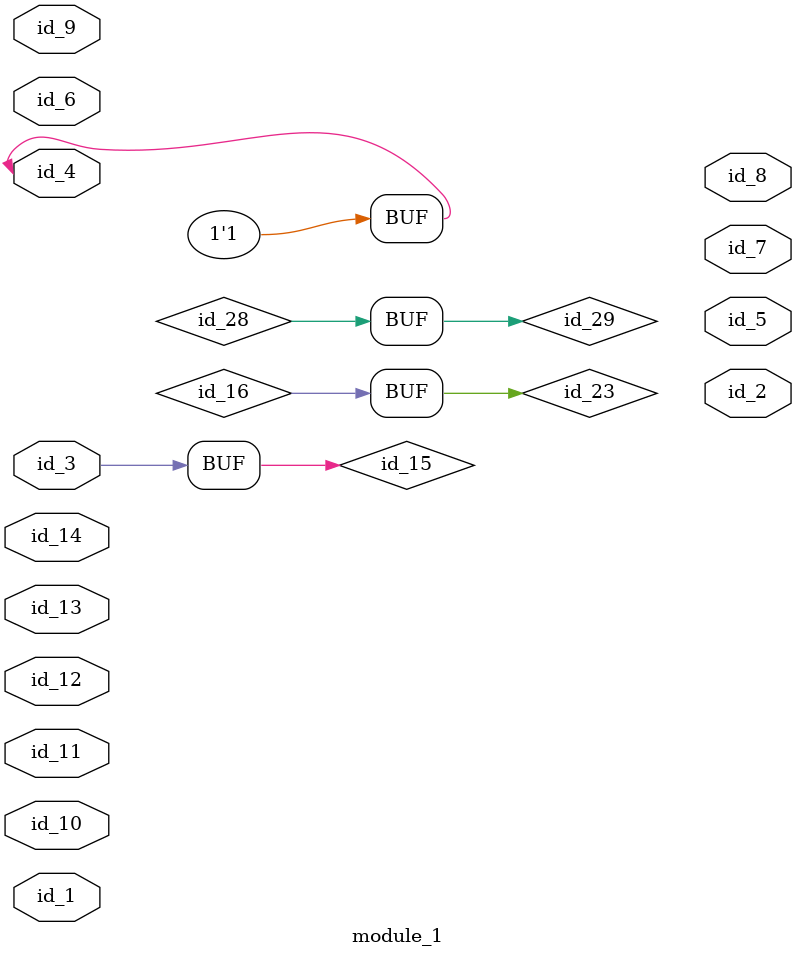
<source format=v>
module module_0;
  assign id_1 = 1'b0;
endmodule
module module_1 (
    id_1,
    id_2,
    id_3,
    id_4,
    id_5,
    id_6,
    id_7,
    id_8,
    id_9,
    id_10,
    id_11,
    id_12,
    id_13,
    id_14
);
  input wire id_14;
  input wire id_13;
  inout wire id_12;
  inout wire id_11;
  inout wire id_10;
  inout wire id_9;
  output wire id_8;
  output wire id_7;
  input wire id_6;
  output wire id_5;
  inout wire id_4;
  input wire id_3;
  output wire id_2;
  input wire id_1;
  wire id_15 = id_3;
  assign id_4 = 1 && 1;
  wire  id_16  ,  id_17  ,  id_18  ,  id_19  ,  id_20  ,  id_21  ,  id_22  ,  id_23  =  id_16  ,  id_24  ,  id_25  ,  id_26  ,  id_27  ,  id_28  ,  id_29  =  id_28  ,  id_30  ;
  wire id_31;
  module_0 modCall_1 ();
endmodule

</source>
